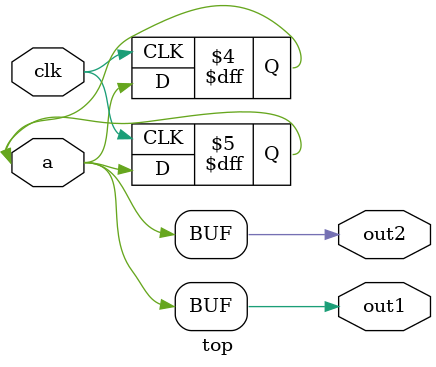
<source format=sv>
module top(
    input logic clk,
    input logic a,
    output logic out1,
    output logic out2
);

always_comb begin
    out1 = a;
    out2 = a;
end

always_ff @(posedge clk) begin
    out2 <= a;
end

always_ff @(posedge clk) begin
    out2 <= a;
end

endmodule

</source>
